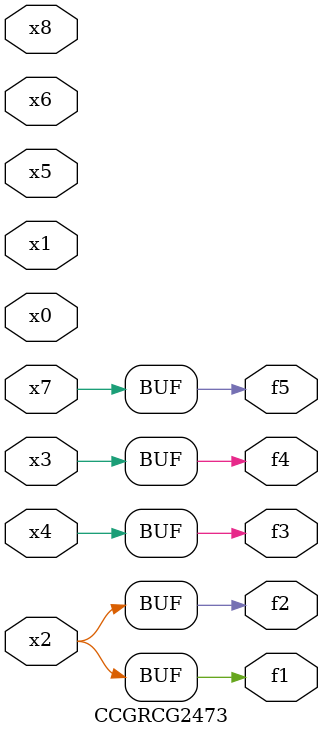
<source format=v>
module CCGRCG2473(
	input x0, x1, x2, x3, x4, x5, x6, x7, x8,
	output f1, f2, f3, f4, f5
);
	assign f1 = x2;
	assign f2 = x2;
	assign f3 = x4;
	assign f4 = x3;
	assign f5 = x7;
endmodule

</source>
